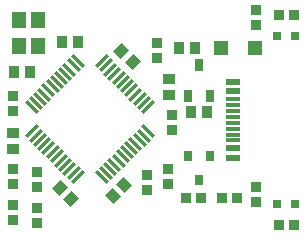
<source format=gbr>
%TF.GenerationSoftware,Altium Limited,Altium Designer,19.0.15 (446)*%
G04 Layer_Color=8421504*
%FSLAX45Y45*%
%MOMM*%
%TF.FileFunction,Paste,Top*%
%TF.Part,Single*%
G01*
G75*
%TA.AperFunction,SMDPad,CuDef*%
%ADD10R,0.80000X0.80000*%
%TA.AperFunction,ConnectorPad*%
%ADD11R,1.30000X0.60000*%
%ADD12R,1.30000X0.30000*%
%TA.AperFunction,SMDPad,CuDef*%
%ADD13R,0.95000X0.85000*%
%ADD14R,0.90000X1.00000*%
%ADD15R,0.85000X0.95000*%
%ADD16R,0.80000X0.90000*%
G04:AMPARAMS|DCode=17|XSize=1mm|YSize=0.9mm|CornerRadius=0mm|HoleSize=0mm|Usage=FLASHONLY|Rotation=225.000|XOffset=0mm|YOffset=0mm|HoleType=Round|Shape=Rectangle|*
%AMROTATEDRECTD17*
4,1,4,0.03535,0.67175,0.67175,0.03535,-0.03535,-0.67175,-0.67175,-0.03535,0.03535,0.67175,0.0*
%
%ADD17ROTATEDRECTD17*%

%ADD18R,0.70000X1.00000*%
%ADD19R,1.00000X0.90000*%
G04:AMPARAMS|DCode=20|XSize=1mm|YSize=0.9mm|CornerRadius=0mm|HoleSize=0mm|Usage=FLASHONLY|Rotation=135.000|XOffset=0mm|YOffset=0mm|HoleType=Round|Shape=Rectangle|*
%AMROTATEDRECTD20*
4,1,4,0.67175,-0.03535,0.03535,-0.67175,-0.67175,0.03535,-0.03535,0.67175,0.67175,-0.03535,0.0*
%
%ADD20ROTATEDRECTD20*%

%ADD21R,1.20000X1.20000*%
%ADD22R,1.20000X1.20000*%
%ADD23R,1.15000X1.40000*%
G04:AMPARAMS|DCode=24|XSize=0.3mm|YSize=1.4mm|CornerRadius=0mm|HoleSize=0mm|Usage=FLASHONLY|Rotation=315.000|XOffset=0mm|YOffset=0mm|HoleType=Round|Shape=Rectangle|*
%AMROTATEDRECTD24*
4,1,4,-0.60104,-0.38891,0.38891,0.60104,0.60104,0.38891,-0.38891,-0.60104,-0.60104,-0.38891,0.0*
%
%ADD24ROTATEDRECTD24*%

G04:AMPARAMS|DCode=25|XSize=0.3mm|YSize=1.4mm|CornerRadius=0mm|HoleSize=0mm|Usage=FLASHONLY|Rotation=45.000|XOffset=0mm|YOffset=0mm|HoleType=Round|Shape=Rectangle|*
%AMROTATEDRECTD25*
4,1,4,0.38891,-0.60104,-0.60104,0.38891,-0.38891,0.60104,0.60104,-0.38891,0.38891,-0.60104,0.0*
%
%ADD25ROTATEDRECTD25*%

D10*
X11634400Y6934200D02*
D03*
X11784400D02*
D03*
Y5511800D02*
D03*
X11634400D02*
D03*
D11*
X11255750Y6543000D02*
D03*
Y6463000D02*
D03*
Y5903000D02*
D03*
Y5983000D02*
D03*
D12*
Y6398000D02*
D03*
Y6348000D02*
D03*
Y6298000D02*
D03*
Y6248000D02*
D03*
Y6198000D02*
D03*
Y6148000D02*
D03*
Y6098000D02*
D03*
Y6048000D02*
D03*
D13*
X9398000Y6296200D02*
D03*
Y6426200D02*
D03*
Y5675400D02*
D03*
Y5805400D02*
D03*
X9601200Y5345200D02*
D03*
Y5475200D02*
D03*
X11455400Y5653000D02*
D03*
Y5523000D02*
D03*
Y7151600D02*
D03*
Y7021600D02*
D03*
X10706100Y5675400D02*
D03*
Y5805400D02*
D03*
X10744200Y6133000D02*
D03*
Y6263000D02*
D03*
X9398000Y5370600D02*
D03*
Y5500600D02*
D03*
X10617200Y6872200D02*
D03*
Y6742200D02*
D03*
X10528300Y5624600D02*
D03*
Y5754600D02*
D03*
X9601200Y5650000D02*
D03*
Y5780000D02*
D03*
D14*
X9406700Y6629400D02*
D03*
X9541700D02*
D03*
X10905300Y6286500D02*
D03*
X11040300D02*
D03*
X10803700Y6832600D02*
D03*
X10938700D02*
D03*
X9948100Y6883400D02*
D03*
X9813100D02*
D03*
D15*
X10987000Y5562600D02*
D03*
X10857000D02*
D03*
X11644400Y7112000D02*
D03*
X11774400D02*
D03*
X11774400Y5334000D02*
D03*
X11644400D02*
D03*
X11291800Y5562600D02*
D03*
X11161800D02*
D03*
D16*
X11067800Y5916600D02*
D03*
X10877800D02*
D03*
X10972800Y5716600D02*
D03*
D17*
X10409022Y6708670D02*
D03*
X10313563Y6804130D02*
D03*
X9794770Y5648430D02*
D03*
X9890230Y5552970D02*
D03*
D18*
X10877800Y6423200D02*
D03*
X11067800D02*
D03*
X10972800Y6683200D02*
D03*
D19*
X10718800Y6569900D02*
D03*
Y6434900D02*
D03*
X9398000Y5977700D02*
D03*
Y6112700D02*
D03*
D20*
X10242853Y5578370D02*
D03*
X10338312Y5673830D02*
D03*
D21*
X11160000Y6832600D02*
D03*
D22*
X11446000D02*
D03*
D23*
X9605000Y6849600D02*
D03*
X9445000D02*
D03*
X9605000Y7069600D02*
D03*
X9445000D02*
D03*
D24*
X10149161Y6718300D02*
D03*
X10184516Y6682944D02*
D03*
X10219872Y6647589D02*
D03*
X10255227Y6612234D02*
D03*
X10290582Y6576878D02*
D03*
X10325937Y6541523D02*
D03*
X10361293Y6506168D02*
D03*
X10396648Y6470813D02*
D03*
X10432003Y6435458D02*
D03*
X10467359Y6400101D02*
D03*
X10502714Y6364746D02*
D03*
X10538070Y6329391D02*
D03*
X9944100Y5735422D02*
D03*
X9908744Y5770777D02*
D03*
X9873389Y5806132D02*
D03*
X9838034Y5841487D02*
D03*
X9802678Y5876843D02*
D03*
X9767323Y5912198D02*
D03*
X9731968Y5947554D02*
D03*
X9696613Y5982909D02*
D03*
X9661257Y6018264D02*
D03*
X9625902Y6053619D02*
D03*
X9590546Y6088975D02*
D03*
X9555191Y6124330D02*
D03*
D25*
X10538070D02*
D03*
X10502714Y6088975D02*
D03*
X10467359Y6053619D02*
D03*
X10432004Y6018264D02*
D03*
X10396648Y5982909D02*
D03*
X10361293Y5947554D02*
D03*
X10325937Y5912198D02*
D03*
X10290582Y5876843D02*
D03*
X10255227Y5841487D02*
D03*
X10219872Y5806132D02*
D03*
X10184516Y5770777D02*
D03*
X10149161Y5735422D02*
D03*
X9555191Y6329391D02*
D03*
X9590546Y6364746D02*
D03*
X9625902Y6400102D02*
D03*
X9661257Y6435457D02*
D03*
X9696613Y6470813D02*
D03*
X9731968Y6506168D02*
D03*
X9767323Y6541523D02*
D03*
X9802678Y6576878D02*
D03*
X9838034Y6612234D02*
D03*
X9873389Y6647589D02*
D03*
X9908744Y6682944D02*
D03*
X9944100Y6718300D02*
D03*
%TF.MD5,759c349a25f91d313751954ee5cd5b72*%
M02*

</source>
